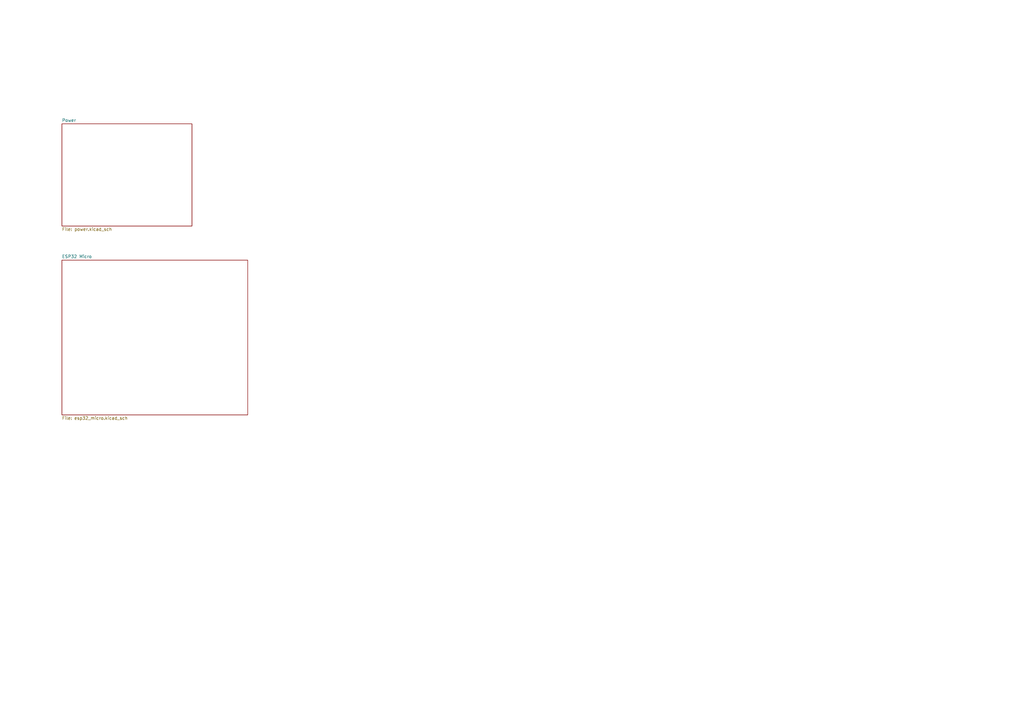
<source format=kicad_sch>
(kicad_sch
	(version 20250114)
	(generator "eeschema")
	(generator_version "9.0")
	(uuid "fa2979d6-93e1-46a4-a1b3-a2c8f322786c")
	(paper "A3")
	(title_block
		(title "ESP MACRO PAD")
		(date "2025-09-14")
		(rev "1")
		(company "Ronald Tun")
	)
	(lib_symbols)
	(sheet
		(at 25.4 50.8)
		(size 53.34 41.91)
		(exclude_from_sim no)
		(in_bom yes)
		(on_board yes)
		(dnp no)
		(fields_autoplaced yes)
		(stroke
			(width 0.1524)
			(type solid)
		)
		(fill
			(color 0 0 0 0.0000)
		)
		(uuid "d68b9454-3be0-4cdf-97ae-2db71bb82802")
		(property "Sheetname" "Power"
			(at 25.4 50.0884 0)
			(effects
				(font
					(size 1.27 1.27)
				)
				(justify left bottom)
			)
		)
		(property "Sheetfile" "power.kicad_sch"
			(at 25.4 93.2946 0)
			(effects
				(font
					(size 1.27 1.27)
				)
				(justify left top)
			)
		)
		(instances
			(project "ESP_32_MacroPad"
				(path "/fa2979d6-93e1-46a4-a1b3-a2c8f322786c"
					(page "2")
				)
			)
		)
	)
	(sheet
		(at 25.4 106.68)
		(size 76.2 63.5)
		(exclude_from_sim no)
		(in_bom yes)
		(on_board yes)
		(dnp no)
		(fields_autoplaced yes)
		(stroke
			(width 0.1524)
			(type solid)
		)
		(fill
			(color 0 0 0 0.0000)
		)
		(uuid "ecedfbc6-34a3-4949-a30c-8b61e069b54d")
		(property "Sheetname" "ESP32 Micro"
			(at 25.4 105.9684 0)
			(effects
				(font
					(size 1.27 1.27)
				)
				(justify left bottom)
			)
		)
		(property "Sheetfile" "esp32_micro.kicad_sch"
			(at 25.4 170.7646 0)
			(effects
				(font
					(size 1.27 1.27)
				)
				(justify left top)
			)
		)
		(instances
			(project "ESP_32_MacroPad"
				(path "/fa2979d6-93e1-46a4-a1b3-a2c8f322786c"
					(page "3")
				)
			)
		)
	)
	(sheet_instances
		(path "/"
			(page "1")
		)
	)
	(embedded_fonts no)
)

</source>
